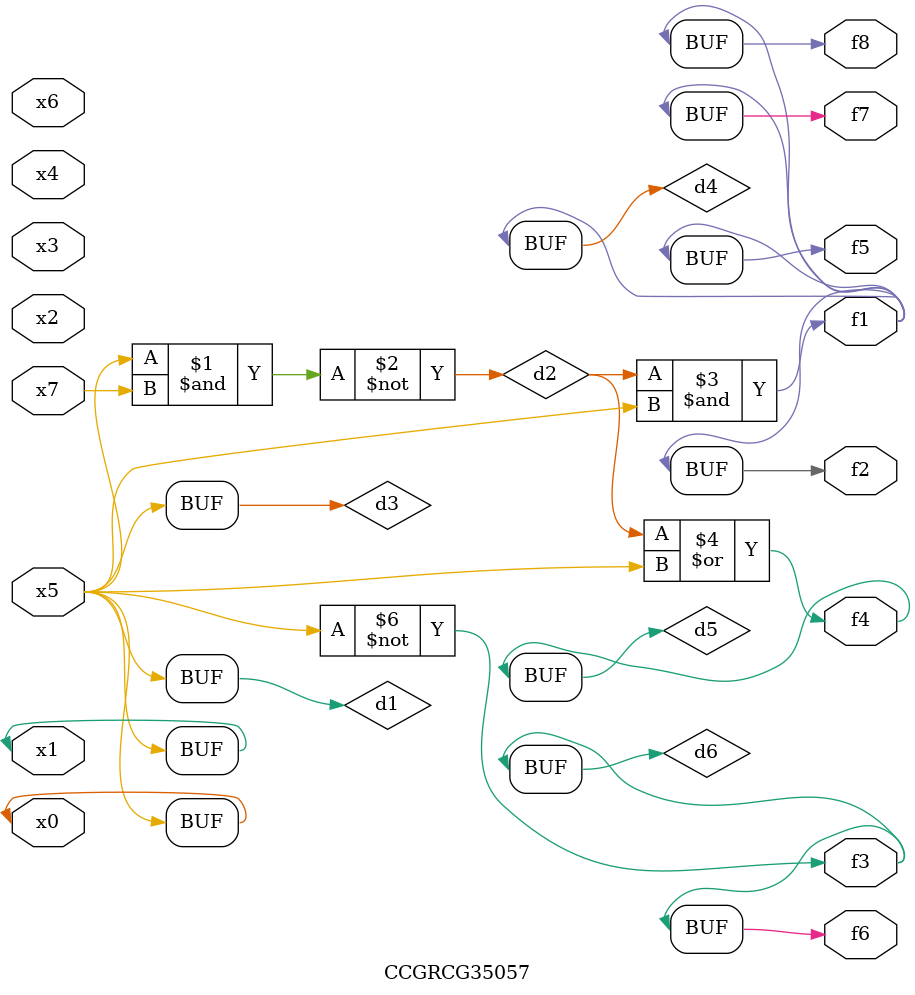
<source format=v>
module CCGRCG35057(
	input x0, x1, x2, x3, x4, x5, x6, x7,
	output f1, f2, f3, f4, f5, f6, f7, f8
);

	wire d1, d2, d3, d4, d5, d6;

	buf (d1, x0, x5);
	nand (d2, x5, x7);
	buf (d3, x0, x1);
	and (d4, d2, d3);
	or (d5, d2, d3);
	nor (d6, d1, d3);
	assign f1 = d4;
	assign f2 = d4;
	assign f3 = d6;
	assign f4 = d5;
	assign f5 = d4;
	assign f6 = d6;
	assign f7 = d4;
	assign f8 = d4;
endmodule

</source>
